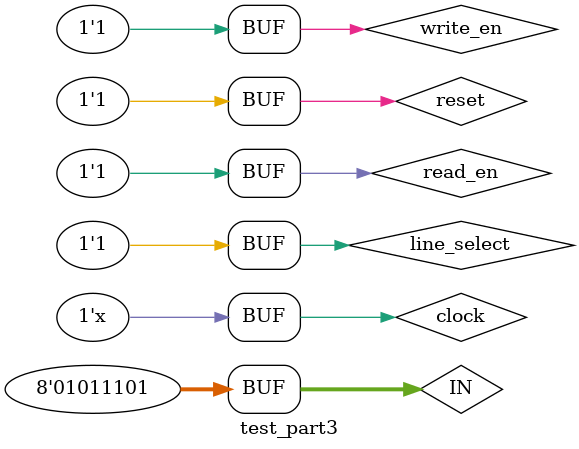
<source format=v>
`timescale 1ns / 1ps


module test_part3();
    reg[7:0]    IN;
    reg         reset, line_select, read_en, write_en, clock;
    wire[7:0]   OUT;
    
    part3 uut (.data_in(IN), .reset(reset), .line_select(line_select),
        .read_en(read_en), .write_en(write_en), .clock(clock), .data_out(OUT));
        
    initial begin
        clock = 1; reset = 1;
        line_select = 1'b1;  read_en = 1'b1; write_en = 1'b0;   IN = 8'hAA; #50;
        line_select = 1'b1;  read_en = 1'b0; write_en = 1'b1;   IN = 8'hB3; #50;
        line_select = 1'b1;  read_en = 1'b1; write_en = 1'b0;   IN = 8'h1E; #50;
        line_select = 1'b1;  read_en = 1'b0; write_en = 1'b1;   IN = 8'h82; #50;
        line_select = 1'b0;  read_en = 1'b1; write_en = 1'b0;   IN = 8'hC4; #50;
        line_select = 1'b1;  read_en = 1'b1; write_en = 1'b1;   IN = 8'hF3; #50;
        line_select = 1'b1;  read_en = 1'b1; write_en = 1'b0;   IN = 8'h68; #50;
        line_select = 1'b1;  read_en = 1'b1; write_en = 1'b1;   IN = 8'h44; #50;
        reset = 0;
        line_select = 1'b1;  read_en = 1'b1; write_en = 1'b0;   IN = 8'h2C; #50;
        line_select = 1'b1;  read_en = 1'b1; write_en = 1'b1;   IN = 8'hDD; #50;
        reset = 1;
        line_select = 1'b1;  read_en = 1'b1; write_en = 1'b0;   IN = 8'hCC; #50;
        line_select = 1'b1;  read_en = 1'b1; write_en = 1'b1;   IN = 8'h95; #50;
        line_select = 1'b1;  read_en = 1'b1; write_en = 1'b0;   IN = 8'hD6; #50;
        line_select = 1'b1;  read_en = 1'b0; write_en = 1'b1;   IN = 8'h09; #50;
        line_select = 1'b1;  read_en = 1'b1; write_en = 1'b0;   IN = 8'hFF; #50;
        line_select = 1'b1;  read_en = 1'b0; write_en = 1'b1;   IN = 8'h7C; #50;
        reset = 0;
        line_select = 1'b1;  read_en = 1'b1; write_en = 1'b0;   IN = 8'h3F; #50;
        reset = 1;
        line_select = 1'b1;  read_en = 1'b0; write_en = 1'b1;   IN = 8'hC0; #50;
        line_select = 1'b1;  read_en = 1'b1; write_en = 1'b0;   IN = 8'h37; #50;
        line_select = 1'b1;  read_en = 1'b1; write_en = 1'b1;   IN = 8'h5D; #50;
    end
    
    always begin
        clock = ~clock; #25;
    end
endmodule

</source>
